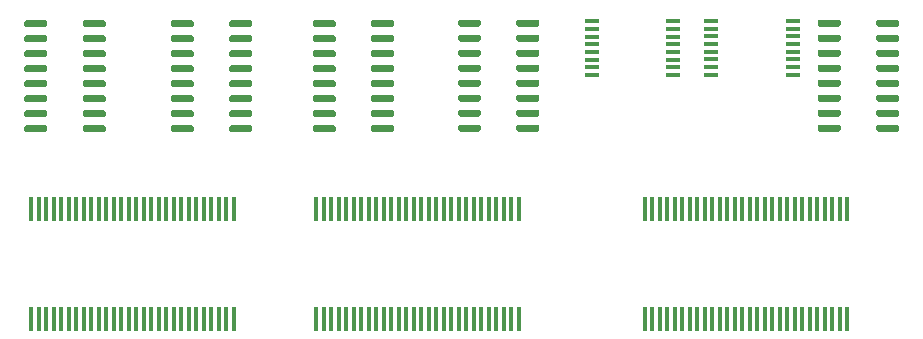
<source format=gtp>
G04 #@! TF.GenerationSoftware,KiCad,Pcbnew,(5.1.12-1-10_14)*
G04 #@! TF.CreationDate,2021-12-19T18:28:25-07:00*
G04 #@! TF.ProjectId,GenMemBlock,47656e4d-656d-4426-9c6f-636b2e6b6963,rev?*
G04 #@! TF.SameCoordinates,Original*
G04 #@! TF.FileFunction,Paste,Top*
G04 #@! TF.FilePolarity,Positive*
%FSLAX46Y46*%
G04 Gerber Fmt 4.6, Leading zero omitted, Abs format (unit mm)*
G04 Created by KiCad (PCBNEW (5.1.12-1-10_14)) date 2021-12-19 18:28:25*
%MOMM*%
%LPD*%
G01*
G04 APERTURE LIST*
%ADD10R,1.200000X0.400000*%
%ADD11R,0.406400X2.044700*%
G04 APERTURE END LIST*
D10*
X99309600Y-83335200D03*
X99309600Y-83985200D03*
X99309600Y-84635200D03*
X99309600Y-85285200D03*
X99309600Y-85935200D03*
X99309600Y-86585200D03*
X99309600Y-87235200D03*
X99309600Y-87885200D03*
X92409600Y-87885200D03*
X92409600Y-87235200D03*
X92409600Y-86585200D03*
X92409600Y-85935200D03*
X92409600Y-85285200D03*
X92409600Y-84635200D03*
X92409600Y-83985200D03*
X92409600Y-83335200D03*
X89200400Y-83373800D03*
X89200400Y-84023800D03*
X89200400Y-84673800D03*
X89200400Y-85323800D03*
X89200400Y-85973800D03*
X89200400Y-86623800D03*
X89200400Y-87273800D03*
X89200400Y-87923800D03*
X82300400Y-87923800D03*
X82300400Y-87273800D03*
X82300400Y-86623800D03*
X82300400Y-85973800D03*
X82300400Y-85323800D03*
X82300400Y-84673800D03*
X82300400Y-84023800D03*
X82300400Y-83373800D03*
D11*
X103944500Y-108553250D03*
X103309500Y-108553250D03*
X102674500Y-108553250D03*
X102039500Y-108553250D03*
X101404500Y-108553250D03*
X100769500Y-108553250D03*
X100134500Y-108553250D03*
X99499500Y-108553250D03*
X98864500Y-108553250D03*
X98229500Y-108553250D03*
X97594500Y-108553250D03*
X96959500Y-108553250D03*
X96324500Y-108553250D03*
X95689500Y-108553250D03*
X95054500Y-108553250D03*
X94419500Y-108553250D03*
X93784500Y-108553250D03*
X93149500Y-108553250D03*
X92514500Y-108553250D03*
X91879500Y-108553250D03*
X91244500Y-108553250D03*
X90609500Y-108553250D03*
X89974500Y-108553250D03*
X89339500Y-108553250D03*
X88704500Y-108553250D03*
X88069500Y-108553250D03*
X87434500Y-108553250D03*
X86799500Y-108553250D03*
X86799500Y-99218750D03*
X87434500Y-99218750D03*
X88069500Y-99218750D03*
X88704500Y-99218750D03*
X89339500Y-99218750D03*
X89974500Y-99218750D03*
X90609500Y-99218750D03*
X91244500Y-99218750D03*
X91879500Y-99218750D03*
X92514500Y-99218750D03*
X93149500Y-99218750D03*
X93784500Y-99218750D03*
X94419500Y-99218750D03*
X95054500Y-99218750D03*
X95689500Y-99218750D03*
X96324500Y-99218750D03*
X96959500Y-99218750D03*
X97594500Y-99218750D03*
X98229500Y-99218750D03*
X98864500Y-99218750D03*
X99499500Y-99218750D03*
X100134500Y-99218750D03*
X100769500Y-99218750D03*
X101404500Y-99218750D03*
X102039500Y-99218750D03*
X102674500Y-99218750D03*
X103309500Y-99218750D03*
X103944500Y-99218750D03*
X52006500Y-108553250D03*
X51371500Y-108553250D03*
X50736500Y-108553250D03*
X50101500Y-108553250D03*
X49466500Y-108553250D03*
X48831500Y-108553250D03*
X48196500Y-108553250D03*
X47561500Y-108553250D03*
X46926500Y-108553250D03*
X46291500Y-108553250D03*
X45656500Y-108553250D03*
X45021500Y-108553250D03*
X44386500Y-108553250D03*
X43751500Y-108553250D03*
X43116500Y-108553250D03*
X42481500Y-108553250D03*
X41846500Y-108553250D03*
X41211500Y-108553250D03*
X40576500Y-108553250D03*
X39941500Y-108553250D03*
X39306500Y-108553250D03*
X38671500Y-108553250D03*
X38036500Y-108553250D03*
X37401500Y-108553250D03*
X36766500Y-108553250D03*
X36131500Y-108553250D03*
X35496500Y-108553250D03*
X34861500Y-108553250D03*
X34861500Y-99218750D03*
X35496500Y-99218750D03*
X36131500Y-99218750D03*
X36766500Y-99218750D03*
X37401500Y-99218750D03*
X38036500Y-99218750D03*
X38671500Y-99218750D03*
X39306500Y-99218750D03*
X39941500Y-99218750D03*
X40576500Y-99218750D03*
X41211500Y-99218750D03*
X41846500Y-99218750D03*
X42481500Y-99218750D03*
X43116500Y-99218750D03*
X43751500Y-99218750D03*
X44386500Y-99218750D03*
X45021500Y-99218750D03*
X45656500Y-99218750D03*
X46291500Y-99218750D03*
X46926500Y-99218750D03*
X47561500Y-99218750D03*
X48196500Y-99218750D03*
X48831500Y-99218750D03*
X49466500Y-99218750D03*
X50101500Y-99218750D03*
X50736500Y-99218750D03*
X51371500Y-99218750D03*
X52006500Y-99218750D03*
X76139900Y-108553250D03*
X75504900Y-108553250D03*
X74869900Y-108553250D03*
X74234900Y-108553250D03*
X73599900Y-108553250D03*
X72964900Y-108553250D03*
X72329900Y-108553250D03*
X71694900Y-108553250D03*
X71059900Y-108553250D03*
X70424900Y-108553250D03*
X69789900Y-108553250D03*
X69154900Y-108553250D03*
X68519900Y-108553250D03*
X67884900Y-108553250D03*
X67249900Y-108553250D03*
X66614900Y-108553250D03*
X65979900Y-108553250D03*
X65344900Y-108553250D03*
X64709900Y-108553250D03*
X64074900Y-108553250D03*
X63439900Y-108553250D03*
X62804900Y-108553250D03*
X62169900Y-108553250D03*
X61534900Y-108553250D03*
X60899900Y-108553250D03*
X60264900Y-108553250D03*
X59629900Y-108553250D03*
X58994900Y-108553250D03*
X58994900Y-99218750D03*
X59629900Y-99218750D03*
X60264900Y-99218750D03*
X60899900Y-99218750D03*
X61534900Y-99218750D03*
X62169900Y-99218750D03*
X62804900Y-99218750D03*
X63439900Y-99218750D03*
X64074900Y-99218750D03*
X64709900Y-99218750D03*
X65344900Y-99218750D03*
X65979900Y-99218750D03*
X66614900Y-99218750D03*
X67249900Y-99218750D03*
X67884900Y-99218750D03*
X68519900Y-99218750D03*
X69154900Y-99218750D03*
X69789900Y-99218750D03*
X70424900Y-99218750D03*
X71059900Y-99218750D03*
X71694900Y-99218750D03*
X72329900Y-99218750D03*
X72964900Y-99218750D03*
X73599900Y-99218750D03*
X74234900Y-99218750D03*
X74869900Y-99218750D03*
X75504900Y-99218750D03*
X76139900Y-99218750D03*
G36*
G01*
X39219000Y-83716000D02*
X39219000Y-83416000D01*
G75*
G02*
X39369000Y-83266000I150000J0D01*
G01*
X41019000Y-83266000D01*
G75*
G02*
X41169000Y-83416000I0J-150000D01*
G01*
X41169000Y-83716000D01*
G75*
G02*
X41019000Y-83866000I-150000J0D01*
G01*
X39369000Y-83866000D01*
G75*
G02*
X39219000Y-83716000I0J150000D01*
G01*
G37*
G36*
G01*
X39219000Y-84986000D02*
X39219000Y-84686000D01*
G75*
G02*
X39369000Y-84536000I150000J0D01*
G01*
X41019000Y-84536000D01*
G75*
G02*
X41169000Y-84686000I0J-150000D01*
G01*
X41169000Y-84986000D01*
G75*
G02*
X41019000Y-85136000I-150000J0D01*
G01*
X39369000Y-85136000D01*
G75*
G02*
X39219000Y-84986000I0J150000D01*
G01*
G37*
G36*
G01*
X39219000Y-86256000D02*
X39219000Y-85956000D01*
G75*
G02*
X39369000Y-85806000I150000J0D01*
G01*
X41019000Y-85806000D01*
G75*
G02*
X41169000Y-85956000I0J-150000D01*
G01*
X41169000Y-86256000D01*
G75*
G02*
X41019000Y-86406000I-150000J0D01*
G01*
X39369000Y-86406000D01*
G75*
G02*
X39219000Y-86256000I0J150000D01*
G01*
G37*
G36*
G01*
X39219000Y-87526000D02*
X39219000Y-87226000D01*
G75*
G02*
X39369000Y-87076000I150000J0D01*
G01*
X41019000Y-87076000D01*
G75*
G02*
X41169000Y-87226000I0J-150000D01*
G01*
X41169000Y-87526000D01*
G75*
G02*
X41019000Y-87676000I-150000J0D01*
G01*
X39369000Y-87676000D01*
G75*
G02*
X39219000Y-87526000I0J150000D01*
G01*
G37*
G36*
G01*
X39219000Y-88796000D02*
X39219000Y-88496000D01*
G75*
G02*
X39369000Y-88346000I150000J0D01*
G01*
X41019000Y-88346000D01*
G75*
G02*
X41169000Y-88496000I0J-150000D01*
G01*
X41169000Y-88796000D01*
G75*
G02*
X41019000Y-88946000I-150000J0D01*
G01*
X39369000Y-88946000D01*
G75*
G02*
X39219000Y-88796000I0J150000D01*
G01*
G37*
G36*
G01*
X39219000Y-90066000D02*
X39219000Y-89766000D01*
G75*
G02*
X39369000Y-89616000I150000J0D01*
G01*
X41019000Y-89616000D01*
G75*
G02*
X41169000Y-89766000I0J-150000D01*
G01*
X41169000Y-90066000D01*
G75*
G02*
X41019000Y-90216000I-150000J0D01*
G01*
X39369000Y-90216000D01*
G75*
G02*
X39219000Y-90066000I0J150000D01*
G01*
G37*
G36*
G01*
X39219000Y-91336000D02*
X39219000Y-91036000D01*
G75*
G02*
X39369000Y-90886000I150000J0D01*
G01*
X41019000Y-90886000D01*
G75*
G02*
X41169000Y-91036000I0J-150000D01*
G01*
X41169000Y-91336000D01*
G75*
G02*
X41019000Y-91486000I-150000J0D01*
G01*
X39369000Y-91486000D01*
G75*
G02*
X39219000Y-91336000I0J150000D01*
G01*
G37*
G36*
G01*
X39219000Y-92606000D02*
X39219000Y-92306000D01*
G75*
G02*
X39369000Y-92156000I150000J0D01*
G01*
X41019000Y-92156000D01*
G75*
G02*
X41169000Y-92306000I0J-150000D01*
G01*
X41169000Y-92606000D01*
G75*
G02*
X41019000Y-92756000I-150000J0D01*
G01*
X39369000Y-92756000D01*
G75*
G02*
X39219000Y-92606000I0J150000D01*
G01*
G37*
G36*
G01*
X34269000Y-92606000D02*
X34269000Y-92306000D01*
G75*
G02*
X34419000Y-92156000I150000J0D01*
G01*
X36069000Y-92156000D01*
G75*
G02*
X36219000Y-92306000I0J-150000D01*
G01*
X36219000Y-92606000D01*
G75*
G02*
X36069000Y-92756000I-150000J0D01*
G01*
X34419000Y-92756000D01*
G75*
G02*
X34269000Y-92606000I0J150000D01*
G01*
G37*
G36*
G01*
X34269000Y-91336000D02*
X34269000Y-91036000D01*
G75*
G02*
X34419000Y-90886000I150000J0D01*
G01*
X36069000Y-90886000D01*
G75*
G02*
X36219000Y-91036000I0J-150000D01*
G01*
X36219000Y-91336000D01*
G75*
G02*
X36069000Y-91486000I-150000J0D01*
G01*
X34419000Y-91486000D01*
G75*
G02*
X34269000Y-91336000I0J150000D01*
G01*
G37*
G36*
G01*
X34269000Y-90066000D02*
X34269000Y-89766000D01*
G75*
G02*
X34419000Y-89616000I150000J0D01*
G01*
X36069000Y-89616000D01*
G75*
G02*
X36219000Y-89766000I0J-150000D01*
G01*
X36219000Y-90066000D01*
G75*
G02*
X36069000Y-90216000I-150000J0D01*
G01*
X34419000Y-90216000D01*
G75*
G02*
X34269000Y-90066000I0J150000D01*
G01*
G37*
G36*
G01*
X34269000Y-88796000D02*
X34269000Y-88496000D01*
G75*
G02*
X34419000Y-88346000I150000J0D01*
G01*
X36069000Y-88346000D01*
G75*
G02*
X36219000Y-88496000I0J-150000D01*
G01*
X36219000Y-88796000D01*
G75*
G02*
X36069000Y-88946000I-150000J0D01*
G01*
X34419000Y-88946000D01*
G75*
G02*
X34269000Y-88796000I0J150000D01*
G01*
G37*
G36*
G01*
X34269000Y-87526000D02*
X34269000Y-87226000D01*
G75*
G02*
X34419000Y-87076000I150000J0D01*
G01*
X36069000Y-87076000D01*
G75*
G02*
X36219000Y-87226000I0J-150000D01*
G01*
X36219000Y-87526000D01*
G75*
G02*
X36069000Y-87676000I-150000J0D01*
G01*
X34419000Y-87676000D01*
G75*
G02*
X34269000Y-87526000I0J150000D01*
G01*
G37*
G36*
G01*
X34269000Y-86256000D02*
X34269000Y-85956000D01*
G75*
G02*
X34419000Y-85806000I150000J0D01*
G01*
X36069000Y-85806000D01*
G75*
G02*
X36219000Y-85956000I0J-150000D01*
G01*
X36219000Y-86256000D01*
G75*
G02*
X36069000Y-86406000I-150000J0D01*
G01*
X34419000Y-86406000D01*
G75*
G02*
X34269000Y-86256000I0J150000D01*
G01*
G37*
G36*
G01*
X34269000Y-84986000D02*
X34269000Y-84686000D01*
G75*
G02*
X34419000Y-84536000I150000J0D01*
G01*
X36069000Y-84536000D01*
G75*
G02*
X36219000Y-84686000I0J-150000D01*
G01*
X36219000Y-84986000D01*
G75*
G02*
X36069000Y-85136000I-150000J0D01*
G01*
X34419000Y-85136000D01*
G75*
G02*
X34269000Y-84986000I0J150000D01*
G01*
G37*
G36*
G01*
X34269000Y-83716000D02*
X34269000Y-83416000D01*
G75*
G02*
X34419000Y-83266000I150000J0D01*
G01*
X36069000Y-83266000D01*
G75*
G02*
X36219000Y-83416000I0J-150000D01*
G01*
X36219000Y-83716000D01*
G75*
G02*
X36069000Y-83866000I-150000J0D01*
G01*
X34419000Y-83866000D01*
G75*
G02*
X34269000Y-83716000I0J150000D01*
G01*
G37*
G36*
G01*
X63615700Y-83716000D02*
X63615700Y-83416000D01*
G75*
G02*
X63765700Y-83266000I150000J0D01*
G01*
X65415700Y-83266000D01*
G75*
G02*
X65565700Y-83416000I0J-150000D01*
G01*
X65565700Y-83716000D01*
G75*
G02*
X65415700Y-83866000I-150000J0D01*
G01*
X63765700Y-83866000D01*
G75*
G02*
X63615700Y-83716000I0J150000D01*
G01*
G37*
G36*
G01*
X63615700Y-84986000D02*
X63615700Y-84686000D01*
G75*
G02*
X63765700Y-84536000I150000J0D01*
G01*
X65415700Y-84536000D01*
G75*
G02*
X65565700Y-84686000I0J-150000D01*
G01*
X65565700Y-84986000D01*
G75*
G02*
X65415700Y-85136000I-150000J0D01*
G01*
X63765700Y-85136000D01*
G75*
G02*
X63615700Y-84986000I0J150000D01*
G01*
G37*
G36*
G01*
X63615700Y-86256000D02*
X63615700Y-85956000D01*
G75*
G02*
X63765700Y-85806000I150000J0D01*
G01*
X65415700Y-85806000D01*
G75*
G02*
X65565700Y-85956000I0J-150000D01*
G01*
X65565700Y-86256000D01*
G75*
G02*
X65415700Y-86406000I-150000J0D01*
G01*
X63765700Y-86406000D01*
G75*
G02*
X63615700Y-86256000I0J150000D01*
G01*
G37*
G36*
G01*
X63615700Y-87526000D02*
X63615700Y-87226000D01*
G75*
G02*
X63765700Y-87076000I150000J0D01*
G01*
X65415700Y-87076000D01*
G75*
G02*
X65565700Y-87226000I0J-150000D01*
G01*
X65565700Y-87526000D01*
G75*
G02*
X65415700Y-87676000I-150000J0D01*
G01*
X63765700Y-87676000D01*
G75*
G02*
X63615700Y-87526000I0J150000D01*
G01*
G37*
G36*
G01*
X63615700Y-88796000D02*
X63615700Y-88496000D01*
G75*
G02*
X63765700Y-88346000I150000J0D01*
G01*
X65415700Y-88346000D01*
G75*
G02*
X65565700Y-88496000I0J-150000D01*
G01*
X65565700Y-88796000D01*
G75*
G02*
X65415700Y-88946000I-150000J0D01*
G01*
X63765700Y-88946000D01*
G75*
G02*
X63615700Y-88796000I0J150000D01*
G01*
G37*
G36*
G01*
X63615700Y-90066000D02*
X63615700Y-89766000D01*
G75*
G02*
X63765700Y-89616000I150000J0D01*
G01*
X65415700Y-89616000D01*
G75*
G02*
X65565700Y-89766000I0J-150000D01*
G01*
X65565700Y-90066000D01*
G75*
G02*
X65415700Y-90216000I-150000J0D01*
G01*
X63765700Y-90216000D01*
G75*
G02*
X63615700Y-90066000I0J150000D01*
G01*
G37*
G36*
G01*
X63615700Y-91336000D02*
X63615700Y-91036000D01*
G75*
G02*
X63765700Y-90886000I150000J0D01*
G01*
X65415700Y-90886000D01*
G75*
G02*
X65565700Y-91036000I0J-150000D01*
G01*
X65565700Y-91336000D01*
G75*
G02*
X65415700Y-91486000I-150000J0D01*
G01*
X63765700Y-91486000D01*
G75*
G02*
X63615700Y-91336000I0J150000D01*
G01*
G37*
G36*
G01*
X63615700Y-92606000D02*
X63615700Y-92306000D01*
G75*
G02*
X63765700Y-92156000I150000J0D01*
G01*
X65415700Y-92156000D01*
G75*
G02*
X65565700Y-92306000I0J-150000D01*
G01*
X65565700Y-92606000D01*
G75*
G02*
X65415700Y-92756000I-150000J0D01*
G01*
X63765700Y-92756000D01*
G75*
G02*
X63615700Y-92606000I0J150000D01*
G01*
G37*
G36*
G01*
X58665700Y-92606000D02*
X58665700Y-92306000D01*
G75*
G02*
X58815700Y-92156000I150000J0D01*
G01*
X60465700Y-92156000D01*
G75*
G02*
X60615700Y-92306000I0J-150000D01*
G01*
X60615700Y-92606000D01*
G75*
G02*
X60465700Y-92756000I-150000J0D01*
G01*
X58815700Y-92756000D01*
G75*
G02*
X58665700Y-92606000I0J150000D01*
G01*
G37*
G36*
G01*
X58665700Y-91336000D02*
X58665700Y-91036000D01*
G75*
G02*
X58815700Y-90886000I150000J0D01*
G01*
X60465700Y-90886000D01*
G75*
G02*
X60615700Y-91036000I0J-150000D01*
G01*
X60615700Y-91336000D01*
G75*
G02*
X60465700Y-91486000I-150000J0D01*
G01*
X58815700Y-91486000D01*
G75*
G02*
X58665700Y-91336000I0J150000D01*
G01*
G37*
G36*
G01*
X58665700Y-90066000D02*
X58665700Y-89766000D01*
G75*
G02*
X58815700Y-89616000I150000J0D01*
G01*
X60465700Y-89616000D01*
G75*
G02*
X60615700Y-89766000I0J-150000D01*
G01*
X60615700Y-90066000D01*
G75*
G02*
X60465700Y-90216000I-150000J0D01*
G01*
X58815700Y-90216000D01*
G75*
G02*
X58665700Y-90066000I0J150000D01*
G01*
G37*
G36*
G01*
X58665700Y-88796000D02*
X58665700Y-88496000D01*
G75*
G02*
X58815700Y-88346000I150000J0D01*
G01*
X60465700Y-88346000D01*
G75*
G02*
X60615700Y-88496000I0J-150000D01*
G01*
X60615700Y-88796000D01*
G75*
G02*
X60465700Y-88946000I-150000J0D01*
G01*
X58815700Y-88946000D01*
G75*
G02*
X58665700Y-88796000I0J150000D01*
G01*
G37*
G36*
G01*
X58665700Y-87526000D02*
X58665700Y-87226000D01*
G75*
G02*
X58815700Y-87076000I150000J0D01*
G01*
X60465700Y-87076000D01*
G75*
G02*
X60615700Y-87226000I0J-150000D01*
G01*
X60615700Y-87526000D01*
G75*
G02*
X60465700Y-87676000I-150000J0D01*
G01*
X58815700Y-87676000D01*
G75*
G02*
X58665700Y-87526000I0J150000D01*
G01*
G37*
G36*
G01*
X58665700Y-86256000D02*
X58665700Y-85956000D01*
G75*
G02*
X58815700Y-85806000I150000J0D01*
G01*
X60465700Y-85806000D01*
G75*
G02*
X60615700Y-85956000I0J-150000D01*
G01*
X60615700Y-86256000D01*
G75*
G02*
X60465700Y-86406000I-150000J0D01*
G01*
X58815700Y-86406000D01*
G75*
G02*
X58665700Y-86256000I0J150000D01*
G01*
G37*
G36*
G01*
X58665700Y-84986000D02*
X58665700Y-84686000D01*
G75*
G02*
X58815700Y-84536000I150000J0D01*
G01*
X60465700Y-84536000D01*
G75*
G02*
X60615700Y-84686000I0J-150000D01*
G01*
X60615700Y-84986000D01*
G75*
G02*
X60465700Y-85136000I-150000J0D01*
G01*
X58815700Y-85136000D01*
G75*
G02*
X58665700Y-84986000I0J150000D01*
G01*
G37*
G36*
G01*
X58665700Y-83716000D02*
X58665700Y-83416000D01*
G75*
G02*
X58815700Y-83266000I150000J0D01*
G01*
X60465700Y-83266000D01*
G75*
G02*
X60615700Y-83416000I0J-150000D01*
G01*
X60615700Y-83716000D01*
G75*
G02*
X60465700Y-83866000I-150000J0D01*
G01*
X58815700Y-83866000D01*
G75*
G02*
X58665700Y-83716000I0J150000D01*
G01*
G37*
G36*
G01*
X51601500Y-83716000D02*
X51601500Y-83416000D01*
G75*
G02*
X51751500Y-83266000I150000J0D01*
G01*
X53401500Y-83266000D01*
G75*
G02*
X53551500Y-83416000I0J-150000D01*
G01*
X53551500Y-83716000D01*
G75*
G02*
X53401500Y-83866000I-150000J0D01*
G01*
X51751500Y-83866000D01*
G75*
G02*
X51601500Y-83716000I0J150000D01*
G01*
G37*
G36*
G01*
X51601500Y-84986000D02*
X51601500Y-84686000D01*
G75*
G02*
X51751500Y-84536000I150000J0D01*
G01*
X53401500Y-84536000D01*
G75*
G02*
X53551500Y-84686000I0J-150000D01*
G01*
X53551500Y-84986000D01*
G75*
G02*
X53401500Y-85136000I-150000J0D01*
G01*
X51751500Y-85136000D01*
G75*
G02*
X51601500Y-84986000I0J150000D01*
G01*
G37*
G36*
G01*
X51601500Y-86256000D02*
X51601500Y-85956000D01*
G75*
G02*
X51751500Y-85806000I150000J0D01*
G01*
X53401500Y-85806000D01*
G75*
G02*
X53551500Y-85956000I0J-150000D01*
G01*
X53551500Y-86256000D01*
G75*
G02*
X53401500Y-86406000I-150000J0D01*
G01*
X51751500Y-86406000D01*
G75*
G02*
X51601500Y-86256000I0J150000D01*
G01*
G37*
G36*
G01*
X51601500Y-87526000D02*
X51601500Y-87226000D01*
G75*
G02*
X51751500Y-87076000I150000J0D01*
G01*
X53401500Y-87076000D01*
G75*
G02*
X53551500Y-87226000I0J-150000D01*
G01*
X53551500Y-87526000D01*
G75*
G02*
X53401500Y-87676000I-150000J0D01*
G01*
X51751500Y-87676000D01*
G75*
G02*
X51601500Y-87526000I0J150000D01*
G01*
G37*
G36*
G01*
X51601500Y-88796000D02*
X51601500Y-88496000D01*
G75*
G02*
X51751500Y-88346000I150000J0D01*
G01*
X53401500Y-88346000D01*
G75*
G02*
X53551500Y-88496000I0J-150000D01*
G01*
X53551500Y-88796000D01*
G75*
G02*
X53401500Y-88946000I-150000J0D01*
G01*
X51751500Y-88946000D01*
G75*
G02*
X51601500Y-88796000I0J150000D01*
G01*
G37*
G36*
G01*
X51601500Y-90066000D02*
X51601500Y-89766000D01*
G75*
G02*
X51751500Y-89616000I150000J0D01*
G01*
X53401500Y-89616000D01*
G75*
G02*
X53551500Y-89766000I0J-150000D01*
G01*
X53551500Y-90066000D01*
G75*
G02*
X53401500Y-90216000I-150000J0D01*
G01*
X51751500Y-90216000D01*
G75*
G02*
X51601500Y-90066000I0J150000D01*
G01*
G37*
G36*
G01*
X51601500Y-91336000D02*
X51601500Y-91036000D01*
G75*
G02*
X51751500Y-90886000I150000J0D01*
G01*
X53401500Y-90886000D01*
G75*
G02*
X53551500Y-91036000I0J-150000D01*
G01*
X53551500Y-91336000D01*
G75*
G02*
X53401500Y-91486000I-150000J0D01*
G01*
X51751500Y-91486000D01*
G75*
G02*
X51601500Y-91336000I0J150000D01*
G01*
G37*
G36*
G01*
X51601500Y-92606000D02*
X51601500Y-92306000D01*
G75*
G02*
X51751500Y-92156000I150000J0D01*
G01*
X53401500Y-92156000D01*
G75*
G02*
X53551500Y-92306000I0J-150000D01*
G01*
X53551500Y-92606000D01*
G75*
G02*
X53401500Y-92756000I-150000J0D01*
G01*
X51751500Y-92756000D01*
G75*
G02*
X51601500Y-92606000I0J150000D01*
G01*
G37*
G36*
G01*
X46651500Y-92606000D02*
X46651500Y-92306000D01*
G75*
G02*
X46801500Y-92156000I150000J0D01*
G01*
X48451500Y-92156000D01*
G75*
G02*
X48601500Y-92306000I0J-150000D01*
G01*
X48601500Y-92606000D01*
G75*
G02*
X48451500Y-92756000I-150000J0D01*
G01*
X46801500Y-92756000D01*
G75*
G02*
X46651500Y-92606000I0J150000D01*
G01*
G37*
G36*
G01*
X46651500Y-91336000D02*
X46651500Y-91036000D01*
G75*
G02*
X46801500Y-90886000I150000J0D01*
G01*
X48451500Y-90886000D01*
G75*
G02*
X48601500Y-91036000I0J-150000D01*
G01*
X48601500Y-91336000D01*
G75*
G02*
X48451500Y-91486000I-150000J0D01*
G01*
X46801500Y-91486000D01*
G75*
G02*
X46651500Y-91336000I0J150000D01*
G01*
G37*
G36*
G01*
X46651500Y-90066000D02*
X46651500Y-89766000D01*
G75*
G02*
X46801500Y-89616000I150000J0D01*
G01*
X48451500Y-89616000D01*
G75*
G02*
X48601500Y-89766000I0J-150000D01*
G01*
X48601500Y-90066000D01*
G75*
G02*
X48451500Y-90216000I-150000J0D01*
G01*
X46801500Y-90216000D01*
G75*
G02*
X46651500Y-90066000I0J150000D01*
G01*
G37*
G36*
G01*
X46651500Y-88796000D02*
X46651500Y-88496000D01*
G75*
G02*
X46801500Y-88346000I150000J0D01*
G01*
X48451500Y-88346000D01*
G75*
G02*
X48601500Y-88496000I0J-150000D01*
G01*
X48601500Y-88796000D01*
G75*
G02*
X48451500Y-88946000I-150000J0D01*
G01*
X46801500Y-88946000D01*
G75*
G02*
X46651500Y-88796000I0J150000D01*
G01*
G37*
G36*
G01*
X46651500Y-87526000D02*
X46651500Y-87226000D01*
G75*
G02*
X46801500Y-87076000I150000J0D01*
G01*
X48451500Y-87076000D01*
G75*
G02*
X48601500Y-87226000I0J-150000D01*
G01*
X48601500Y-87526000D01*
G75*
G02*
X48451500Y-87676000I-150000J0D01*
G01*
X46801500Y-87676000D01*
G75*
G02*
X46651500Y-87526000I0J150000D01*
G01*
G37*
G36*
G01*
X46651500Y-86256000D02*
X46651500Y-85956000D01*
G75*
G02*
X46801500Y-85806000I150000J0D01*
G01*
X48451500Y-85806000D01*
G75*
G02*
X48601500Y-85956000I0J-150000D01*
G01*
X48601500Y-86256000D01*
G75*
G02*
X48451500Y-86406000I-150000J0D01*
G01*
X46801500Y-86406000D01*
G75*
G02*
X46651500Y-86256000I0J150000D01*
G01*
G37*
G36*
G01*
X46651500Y-84986000D02*
X46651500Y-84686000D01*
G75*
G02*
X46801500Y-84536000I150000J0D01*
G01*
X48451500Y-84536000D01*
G75*
G02*
X48601500Y-84686000I0J-150000D01*
G01*
X48601500Y-84986000D01*
G75*
G02*
X48451500Y-85136000I-150000J0D01*
G01*
X46801500Y-85136000D01*
G75*
G02*
X46651500Y-84986000I0J150000D01*
G01*
G37*
G36*
G01*
X46651500Y-83716000D02*
X46651500Y-83416000D01*
G75*
G02*
X46801500Y-83266000I150000J0D01*
G01*
X48451500Y-83266000D01*
G75*
G02*
X48601500Y-83416000I0J-150000D01*
G01*
X48601500Y-83716000D01*
G75*
G02*
X48451500Y-83866000I-150000J0D01*
G01*
X46801500Y-83866000D01*
G75*
G02*
X46651500Y-83716000I0J150000D01*
G01*
G37*
G36*
G01*
X75922000Y-83665200D02*
X75922000Y-83365200D01*
G75*
G02*
X76072000Y-83215200I150000J0D01*
G01*
X77722000Y-83215200D01*
G75*
G02*
X77872000Y-83365200I0J-150000D01*
G01*
X77872000Y-83665200D01*
G75*
G02*
X77722000Y-83815200I-150000J0D01*
G01*
X76072000Y-83815200D01*
G75*
G02*
X75922000Y-83665200I0J150000D01*
G01*
G37*
G36*
G01*
X75922000Y-84935200D02*
X75922000Y-84635200D01*
G75*
G02*
X76072000Y-84485200I150000J0D01*
G01*
X77722000Y-84485200D01*
G75*
G02*
X77872000Y-84635200I0J-150000D01*
G01*
X77872000Y-84935200D01*
G75*
G02*
X77722000Y-85085200I-150000J0D01*
G01*
X76072000Y-85085200D01*
G75*
G02*
X75922000Y-84935200I0J150000D01*
G01*
G37*
G36*
G01*
X75922000Y-86205200D02*
X75922000Y-85905200D01*
G75*
G02*
X76072000Y-85755200I150000J0D01*
G01*
X77722000Y-85755200D01*
G75*
G02*
X77872000Y-85905200I0J-150000D01*
G01*
X77872000Y-86205200D01*
G75*
G02*
X77722000Y-86355200I-150000J0D01*
G01*
X76072000Y-86355200D01*
G75*
G02*
X75922000Y-86205200I0J150000D01*
G01*
G37*
G36*
G01*
X75922000Y-87475200D02*
X75922000Y-87175200D01*
G75*
G02*
X76072000Y-87025200I150000J0D01*
G01*
X77722000Y-87025200D01*
G75*
G02*
X77872000Y-87175200I0J-150000D01*
G01*
X77872000Y-87475200D01*
G75*
G02*
X77722000Y-87625200I-150000J0D01*
G01*
X76072000Y-87625200D01*
G75*
G02*
X75922000Y-87475200I0J150000D01*
G01*
G37*
G36*
G01*
X75922000Y-88745200D02*
X75922000Y-88445200D01*
G75*
G02*
X76072000Y-88295200I150000J0D01*
G01*
X77722000Y-88295200D01*
G75*
G02*
X77872000Y-88445200I0J-150000D01*
G01*
X77872000Y-88745200D01*
G75*
G02*
X77722000Y-88895200I-150000J0D01*
G01*
X76072000Y-88895200D01*
G75*
G02*
X75922000Y-88745200I0J150000D01*
G01*
G37*
G36*
G01*
X75922000Y-90015200D02*
X75922000Y-89715200D01*
G75*
G02*
X76072000Y-89565200I150000J0D01*
G01*
X77722000Y-89565200D01*
G75*
G02*
X77872000Y-89715200I0J-150000D01*
G01*
X77872000Y-90015200D01*
G75*
G02*
X77722000Y-90165200I-150000J0D01*
G01*
X76072000Y-90165200D01*
G75*
G02*
X75922000Y-90015200I0J150000D01*
G01*
G37*
G36*
G01*
X75922000Y-91285200D02*
X75922000Y-90985200D01*
G75*
G02*
X76072000Y-90835200I150000J0D01*
G01*
X77722000Y-90835200D01*
G75*
G02*
X77872000Y-90985200I0J-150000D01*
G01*
X77872000Y-91285200D01*
G75*
G02*
X77722000Y-91435200I-150000J0D01*
G01*
X76072000Y-91435200D01*
G75*
G02*
X75922000Y-91285200I0J150000D01*
G01*
G37*
G36*
G01*
X75922000Y-92555200D02*
X75922000Y-92255200D01*
G75*
G02*
X76072000Y-92105200I150000J0D01*
G01*
X77722000Y-92105200D01*
G75*
G02*
X77872000Y-92255200I0J-150000D01*
G01*
X77872000Y-92555200D01*
G75*
G02*
X77722000Y-92705200I-150000J0D01*
G01*
X76072000Y-92705200D01*
G75*
G02*
X75922000Y-92555200I0J150000D01*
G01*
G37*
G36*
G01*
X70972000Y-92555200D02*
X70972000Y-92255200D01*
G75*
G02*
X71122000Y-92105200I150000J0D01*
G01*
X72772000Y-92105200D01*
G75*
G02*
X72922000Y-92255200I0J-150000D01*
G01*
X72922000Y-92555200D01*
G75*
G02*
X72772000Y-92705200I-150000J0D01*
G01*
X71122000Y-92705200D01*
G75*
G02*
X70972000Y-92555200I0J150000D01*
G01*
G37*
G36*
G01*
X70972000Y-91285200D02*
X70972000Y-90985200D01*
G75*
G02*
X71122000Y-90835200I150000J0D01*
G01*
X72772000Y-90835200D01*
G75*
G02*
X72922000Y-90985200I0J-150000D01*
G01*
X72922000Y-91285200D01*
G75*
G02*
X72772000Y-91435200I-150000J0D01*
G01*
X71122000Y-91435200D01*
G75*
G02*
X70972000Y-91285200I0J150000D01*
G01*
G37*
G36*
G01*
X70972000Y-90015200D02*
X70972000Y-89715200D01*
G75*
G02*
X71122000Y-89565200I150000J0D01*
G01*
X72772000Y-89565200D01*
G75*
G02*
X72922000Y-89715200I0J-150000D01*
G01*
X72922000Y-90015200D01*
G75*
G02*
X72772000Y-90165200I-150000J0D01*
G01*
X71122000Y-90165200D01*
G75*
G02*
X70972000Y-90015200I0J150000D01*
G01*
G37*
G36*
G01*
X70972000Y-88745200D02*
X70972000Y-88445200D01*
G75*
G02*
X71122000Y-88295200I150000J0D01*
G01*
X72772000Y-88295200D01*
G75*
G02*
X72922000Y-88445200I0J-150000D01*
G01*
X72922000Y-88745200D01*
G75*
G02*
X72772000Y-88895200I-150000J0D01*
G01*
X71122000Y-88895200D01*
G75*
G02*
X70972000Y-88745200I0J150000D01*
G01*
G37*
G36*
G01*
X70972000Y-87475200D02*
X70972000Y-87175200D01*
G75*
G02*
X71122000Y-87025200I150000J0D01*
G01*
X72772000Y-87025200D01*
G75*
G02*
X72922000Y-87175200I0J-150000D01*
G01*
X72922000Y-87475200D01*
G75*
G02*
X72772000Y-87625200I-150000J0D01*
G01*
X71122000Y-87625200D01*
G75*
G02*
X70972000Y-87475200I0J150000D01*
G01*
G37*
G36*
G01*
X70972000Y-86205200D02*
X70972000Y-85905200D01*
G75*
G02*
X71122000Y-85755200I150000J0D01*
G01*
X72772000Y-85755200D01*
G75*
G02*
X72922000Y-85905200I0J-150000D01*
G01*
X72922000Y-86205200D01*
G75*
G02*
X72772000Y-86355200I-150000J0D01*
G01*
X71122000Y-86355200D01*
G75*
G02*
X70972000Y-86205200I0J150000D01*
G01*
G37*
G36*
G01*
X70972000Y-84935200D02*
X70972000Y-84635200D01*
G75*
G02*
X71122000Y-84485200I150000J0D01*
G01*
X72772000Y-84485200D01*
G75*
G02*
X72922000Y-84635200I0J-150000D01*
G01*
X72922000Y-84935200D01*
G75*
G02*
X72772000Y-85085200I-150000J0D01*
G01*
X71122000Y-85085200D01*
G75*
G02*
X70972000Y-84935200I0J150000D01*
G01*
G37*
G36*
G01*
X70972000Y-83665200D02*
X70972000Y-83365200D01*
G75*
G02*
X71122000Y-83215200I150000J0D01*
G01*
X72772000Y-83215200D01*
G75*
G02*
X72922000Y-83365200I0J-150000D01*
G01*
X72922000Y-83665200D01*
G75*
G02*
X72772000Y-83815200I-150000J0D01*
G01*
X71122000Y-83815200D01*
G75*
G02*
X70972000Y-83665200I0J150000D01*
G01*
G37*
G36*
G01*
X106381600Y-83665200D02*
X106381600Y-83365200D01*
G75*
G02*
X106531600Y-83215200I150000J0D01*
G01*
X108181600Y-83215200D01*
G75*
G02*
X108331600Y-83365200I0J-150000D01*
G01*
X108331600Y-83665200D01*
G75*
G02*
X108181600Y-83815200I-150000J0D01*
G01*
X106531600Y-83815200D01*
G75*
G02*
X106381600Y-83665200I0J150000D01*
G01*
G37*
G36*
G01*
X106381600Y-84935200D02*
X106381600Y-84635200D01*
G75*
G02*
X106531600Y-84485200I150000J0D01*
G01*
X108181600Y-84485200D01*
G75*
G02*
X108331600Y-84635200I0J-150000D01*
G01*
X108331600Y-84935200D01*
G75*
G02*
X108181600Y-85085200I-150000J0D01*
G01*
X106531600Y-85085200D01*
G75*
G02*
X106381600Y-84935200I0J150000D01*
G01*
G37*
G36*
G01*
X106381600Y-86205200D02*
X106381600Y-85905200D01*
G75*
G02*
X106531600Y-85755200I150000J0D01*
G01*
X108181600Y-85755200D01*
G75*
G02*
X108331600Y-85905200I0J-150000D01*
G01*
X108331600Y-86205200D01*
G75*
G02*
X108181600Y-86355200I-150000J0D01*
G01*
X106531600Y-86355200D01*
G75*
G02*
X106381600Y-86205200I0J150000D01*
G01*
G37*
G36*
G01*
X106381600Y-87475200D02*
X106381600Y-87175200D01*
G75*
G02*
X106531600Y-87025200I150000J0D01*
G01*
X108181600Y-87025200D01*
G75*
G02*
X108331600Y-87175200I0J-150000D01*
G01*
X108331600Y-87475200D01*
G75*
G02*
X108181600Y-87625200I-150000J0D01*
G01*
X106531600Y-87625200D01*
G75*
G02*
X106381600Y-87475200I0J150000D01*
G01*
G37*
G36*
G01*
X106381600Y-88745200D02*
X106381600Y-88445200D01*
G75*
G02*
X106531600Y-88295200I150000J0D01*
G01*
X108181600Y-88295200D01*
G75*
G02*
X108331600Y-88445200I0J-150000D01*
G01*
X108331600Y-88745200D01*
G75*
G02*
X108181600Y-88895200I-150000J0D01*
G01*
X106531600Y-88895200D01*
G75*
G02*
X106381600Y-88745200I0J150000D01*
G01*
G37*
G36*
G01*
X106381600Y-90015200D02*
X106381600Y-89715200D01*
G75*
G02*
X106531600Y-89565200I150000J0D01*
G01*
X108181600Y-89565200D01*
G75*
G02*
X108331600Y-89715200I0J-150000D01*
G01*
X108331600Y-90015200D01*
G75*
G02*
X108181600Y-90165200I-150000J0D01*
G01*
X106531600Y-90165200D01*
G75*
G02*
X106381600Y-90015200I0J150000D01*
G01*
G37*
G36*
G01*
X106381600Y-91285200D02*
X106381600Y-90985200D01*
G75*
G02*
X106531600Y-90835200I150000J0D01*
G01*
X108181600Y-90835200D01*
G75*
G02*
X108331600Y-90985200I0J-150000D01*
G01*
X108331600Y-91285200D01*
G75*
G02*
X108181600Y-91435200I-150000J0D01*
G01*
X106531600Y-91435200D01*
G75*
G02*
X106381600Y-91285200I0J150000D01*
G01*
G37*
G36*
G01*
X106381600Y-92555200D02*
X106381600Y-92255200D01*
G75*
G02*
X106531600Y-92105200I150000J0D01*
G01*
X108181600Y-92105200D01*
G75*
G02*
X108331600Y-92255200I0J-150000D01*
G01*
X108331600Y-92555200D01*
G75*
G02*
X108181600Y-92705200I-150000J0D01*
G01*
X106531600Y-92705200D01*
G75*
G02*
X106381600Y-92555200I0J150000D01*
G01*
G37*
G36*
G01*
X101431600Y-92555200D02*
X101431600Y-92255200D01*
G75*
G02*
X101581600Y-92105200I150000J0D01*
G01*
X103231600Y-92105200D01*
G75*
G02*
X103381600Y-92255200I0J-150000D01*
G01*
X103381600Y-92555200D01*
G75*
G02*
X103231600Y-92705200I-150000J0D01*
G01*
X101581600Y-92705200D01*
G75*
G02*
X101431600Y-92555200I0J150000D01*
G01*
G37*
G36*
G01*
X101431600Y-91285200D02*
X101431600Y-90985200D01*
G75*
G02*
X101581600Y-90835200I150000J0D01*
G01*
X103231600Y-90835200D01*
G75*
G02*
X103381600Y-90985200I0J-150000D01*
G01*
X103381600Y-91285200D01*
G75*
G02*
X103231600Y-91435200I-150000J0D01*
G01*
X101581600Y-91435200D01*
G75*
G02*
X101431600Y-91285200I0J150000D01*
G01*
G37*
G36*
G01*
X101431600Y-90015200D02*
X101431600Y-89715200D01*
G75*
G02*
X101581600Y-89565200I150000J0D01*
G01*
X103231600Y-89565200D01*
G75*
G02*
X103381600Y-89715200I0J-150000D01*
G01*
X103381600Y-90015200D01*
G75*
G02*
X103231600Y-90165200I-150000J0D01*
G01*
X101581600Y-90165200D01*
G75*
G02*
X101431600Y-90015200I0J150000D01*
G01*
G37*
G36*
G01*
X101431600Y-88745200D02*
X101431600Y-88445200D01*
G75*
G02*
X101581600Y-88295200I150000J0D01*
G01*
X103231600Y-88295200D01*
G75*
G02*
X103381600Y-88445200I0J-150000D01*
G01*
X103381600Y-88745200D01*
G75*
G02*
X103231600Y-88895200I-150000J0D01*
G01*
X101581600Y-88895200D01*
G75*
G02*
X101431600Y-88745200I0J150000D01*
G01*
G37*
G36*
G01*
X101431600Y-87475200D02*
X101431600Y-87175200D01*
G75*
G02*
X101581600Y-87025200I150000J0D01*
G01*
X103231600Y-87025200D01*
G75*
G02*
X103381600Y-87175200I0J-150000D01*
G01*
X103381600Y-87475200D01*
G75*
G02*
X103231600Y-87625200I-150000J0D01*
G01*
X101581600Y-87625200D01*
G75*
G02*
X101431600Y-87475200I0J150000D01*
G01*
G37*
G36*
G01*
X101431600Y-86205200D02*
X101431600Y-85905200D01*
G75*
G02*
X101581600Y-85755200I150000J0D01*
G01*
X103231600Y-85755200D01*
G75*
G02*
X103381600Y-85905200I0J-150000D01*
G01*
X103381600Y-86205200D01*
G75*
G02*
X103231600Y-86355200I-150000J0D01*
G01*
X101581600Y-86355200D01*
G75*
G02*
X101431600Y-86205200I0J150000D01*
G01*
G37*
G36*
G01*
X101431600Y-84935200D02*
X101431600Y-84635200D01*
G75*
G02*
X101581600Y-84485200I150000J0D01*
G01*
X103231600Y-84485200D01*
G75*
G02*
X103381600Y-84635200I0J-150000D01*
G01*
X103381600Y-84935200D01*
G75*
G02*
X103231600Y-85085200I-150000J0D01*
G01*
X101581600Y-85085200D01*
G75*
G02*
X101431600Y-84935200I0J150000D01*
G01*
G37*
G36*
G01*
X101431600Y-83665200D02*
X101431600Y-83365200D01*
G75*
G02*
X101581600Y-83215200I150000J0D01*
G01*
X103231600Y-83215200D01*
G75*
G02*
X103381600Y-83365200I0J-150000D01*
G01*
X103381600Y-83665200D01*
G75*
G02*
X103231600Y-83815200I-150000J0D01*
G01*
X101581600Y-83815200D01*
G75*
G02*
X101431600Y-83665200I0J150000D01*
G01*
G37*
M02*

</source>
